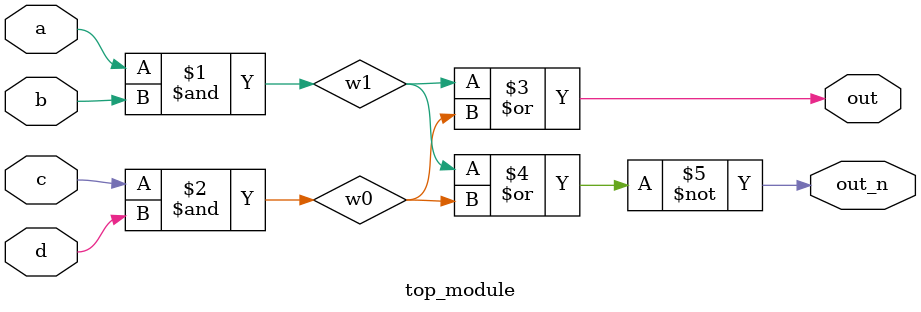
<source format=v>
`default_nettype none
module top_module(
    input a,
    input b,
    input c,
    input d,
    output out,
    output out_n
); 

wire w1 = a & b;
wire w0 = c & d;

assign out = w1 | w0;
assign out_n = ~(w1 | w0);

endmodule

</source>
